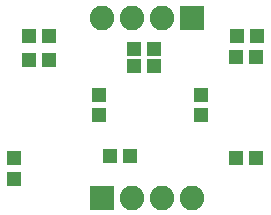
<source format=gbs>
G04 EAGLE Gerber X2 export*
%TF.Part,Single*%
%TF.FileFunction,Other,Bottom Soldermask*%
%TF.FilePolarity,Positive*%
%TF.GenerationSoftware,Autodesk,EAGLE,8.7.0*%
%TF.CreationDate,2018-03-10T10:11:16Z*%
G75*
%MOMM*%
%FSLAX34Y34*%
%LPD*%
%AMOC8*
5,1,8,0,0,1.08239X$1,22.5*%
G01*
%ADD10R,1.203200X1.303200*%
%ADD11R,1.303200X1.203200*%
%ADD12R,2.082800X2.082800*%
%ADD13C,2.082800*%


D10*
X39370Y58538D03*
X39370Y41538D03*
D11*
X69460Y142240D03*
X52460Y142240D03*
X245228Y161798D03*
X228228Y161798D03*
D10*
X111506Y95640D03*
X111506Y112640D03*
D11*
X244974Y58928D03*
X227974Y58928D03*
X138294Y60452D03*
X121294Y60452D03*
X244974Y144780D03*
X227974Y144780D03*
D10*
X198120Y95640D03*
X198120Y112640D03*
D11*
X158106Y136652D03*
X141106Y136652D03*
X69714Y161798D03*
X52714Y161798D03*
X158106Y151384D03*
X141106Y151384D03*
D12*
X114300Y25400D03*
D13*
X139700Y25400D03*
X165100Y25400D03*
X190500Y25400D03*
D12*
X190500Y177800D03*
D13*
X165100Y177800D03*
X139700Y177800D03*
X114300Y177800D03*
M02*

</source>
